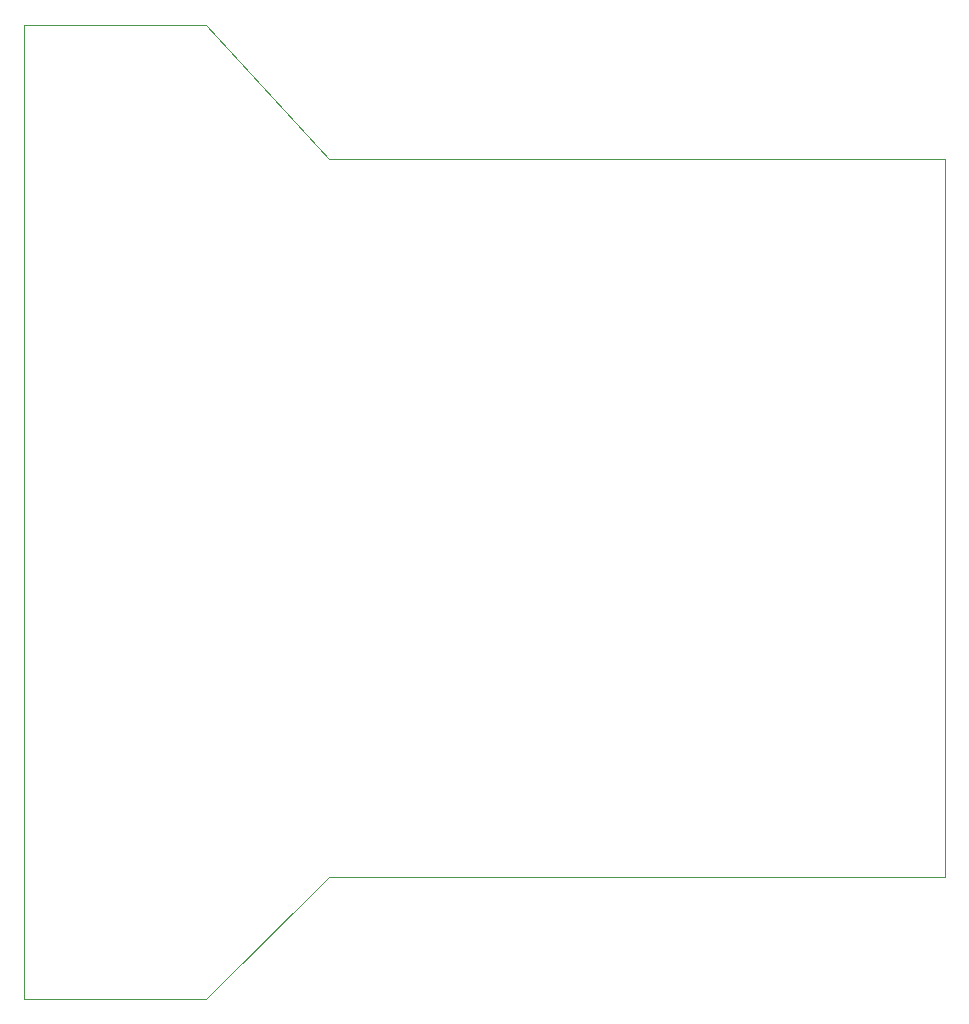
<source format=gbr>
%TF.GenerationSoftware,KiCad,Pcbnew,6.0.5-a6ca702e91~116~ubuntu21.10.1*%
%TF.CreationDate,2023-04-15T06:22:21-06:00*%
%TF.ProjectId,Centronics_50Pin,43656e74-726f-46e6-9963-735f35305069,rev?*%
%TF.SameCoordinates,Original*%
%TF.FileFunction,Profile,NP*%
%FSLAX46Y46*%
G04 Gerber Fmt 4.6, Leading zero omitted, Abs format (unit mm)*
G04 Created by KiCad (PCBNEW 6.0.5-a6ca702e91~116~ubuntu21.10.1) date 2023-04-15 06:22:21*
%MOMM*%
%LPD*%
G01*
G04 APERTURE LIST*
%TA.AperFunction,Profile*%
%ADD10C,0.100000*%
%TD*%
G04 APERTURE END LIST*
D10*
X89500000Y-59690000D02*
X89500000Y-142190000D01*
X89500000Y-142190000D02*
X104952800Y-142189200D01*
X167538400Y-131826000D02*
X115316000Y-131826000D01*
X167538400Y-71069200D02*
X167538400Y-131826000D01*
X89500000Y-59690000D02*
X104952800Y-59690000D01*
X104952800Y-142189200D02*
X115316000Y-131826000D01*
X104952800Y-59690000D02*
X115316000Y-71069200D01*
X115316000Y-71069200D02*
X167538400Y-71069200D01*
M02*

</source>
